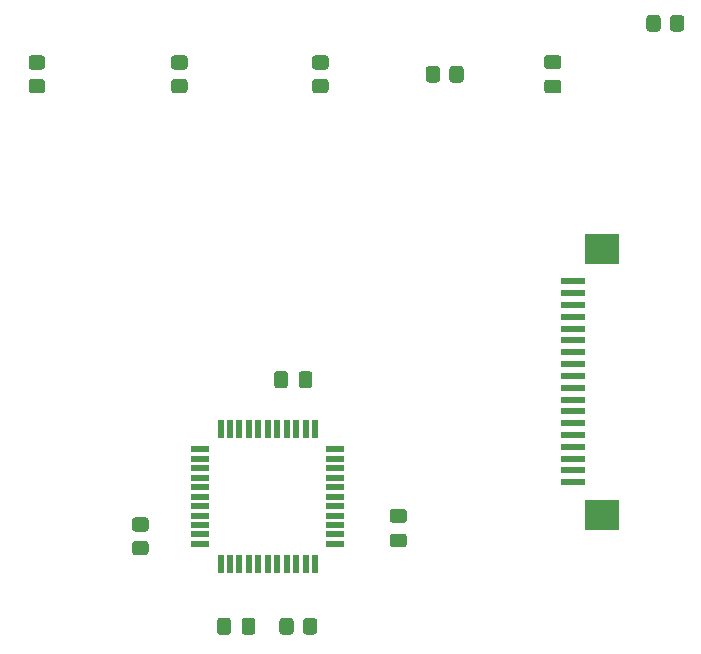
<source format=gbr>
%TF.GenerationSoftware,KiCad,Pcbnew,(5.1.12)-1*%
%TF.CreationDate,2021-12-10T07:50:45+00:00*%
%TF.ProjectId,RGBtoHDMI Amiga Denise CPLD FFC - CDTV Video Slot,52474274-6f48-4444-9d49-20416d696761,1*%
%TF.SameCoordinates,Original*%
%TF.FileFunction,Paste,Top*%
%TF.FilePolarity,Positive*%
%FSLAX46Y46*%
G04 Gerber Fmt 4.6, Leading zero omitted, Abs format (unit mm)*
G04 Created by KiCad (PCBNEW (5.1.12)-1) date 2021-12-10 07:50:45*
%MOMM*%
%LPD*%
G01*
G04 APERTURE LIST*
%ADD10R,3.000000X2.500000*%
%ADD11R,2.000000X0.600000*%
%ADD12R,0.550000X1.500000*%
%ADD13R,1.500000X0.550000*%
G04 APERTURE END LIST*
%TO.C,R5*%
G36*
G01*
X129394000Y-53016999D02*
X129394000Y-53917001D01*
G75*
G02*
X129144001Y-54167000I-249999J0D01*
G01*
X128443999Y-54167000D01*
G75*
G02*
X128194000Y-53917001I0J249999D01*
G01*
X128194000Y-53016999D01*
G75*
G02*
X128443999Y-52767000I249999J0D01*
G01*
X129144001Y-52767000D01*
G75*
G02*
X129394000Y-53016999I0J-249999D01*
G01*
G37*
G36*
G01*
X131394000Y-53016999D02*
X131394000Y-53917001D01*
G75*
G02*
X131144001Y-54167000I-249999J0D01*
G01*
X130443999Y-54167000D01*
G75*
G02*
X130194000Y-53917001I0J249999D01*
G01*
X130194000Y-53016999D01*
G75*
G02*
X130443999Y-52767000I249999J0D01*
G01*
X131144001Y-52767000D01*
G75*
G02*
X131394000Y-53016999I0J-249999D01*
G01*
G37*
%TD*%
%TO.C,R4*%
G36*
G01*
X111525000Y-58235001D02*
X111525000Y-57334999D01*
G75*
G02*
X111774999Y-57085000I249999J0D01*
G01*
X112475001Y-57085000D01*
G75*
G02*
X112725000Y-57334999I0J-249999D01*
G01*
X112725000Y-58235001D01*
G75*
G02*
X112475001Y-58485000I-249999J0D01*
G01*
X111774999Y-58485000D01*
G75*
G02*
X111525000Y-58235001I0J249999D01*
G01*
G37*
G36*
G01*
X109525000Y-58235001D02*
X109525000Y-57334999D01*
G75*
G02*
X109774999Y-57085000I249999J0D01*
G01*
X110475001Y-57085000D01*
G75*
G02*
X110725000Y-57334999I0J-249999D01*
G01*
X110725000Y-58235001D01*
G75*
G02*
X110475001Y-58485000I-249999J0D01*
G01*
X109774999Y-58485000D01*
G75*
G02*
X109525000Y-58235001I0J249999D01*
G01*
G37*
%TD*%
D10*
%TO.C,FFC18*%
X124415000Y-95070000D03*
X124415000Y-72570000D03*
D11*
X121965000Y-75320000D03*
X121965000Y-76320000D03*
X121965000Y-77320000D03*
X121965000Y-78320000D03*
X121965000Y-79320000D03*
X121965000Y-80320000D03*
X121965000Y-81320000D03*
X121965000Y-82320000D03*
X121965000Y-83320000D03*
X121965000Y-84320000D03*
X121965000Y-85320000D03*
X121965000Y-86320000D03*
X121965000Y-87320000D03*
X121965000Y-88320000D03*
X121965000Y-89320000D03*
X121965000Y-90320000D03*
X121965000Y-91320000D03*
X121965000Y-92320000D03*
%TD*%
%TO.C,R7*%
G36*
G01*
X77031001Y-57385000D02*
X76130999Y-57385000D01*
G75*
G02*
X75881000Y-57135001I0J249999D01*
G01*
X75881000Y-56434999D01*
G75*
G02*
X76130999Y-56185000I249999J0D01*
G01*
X77031001Y-56185000D01*
G75*
G02*
X77281000Y-56434999I0J-249999D01*
G01*
X77281000Y-57135001D01*
G75*
G02*
X77031001Y-57385000I-249999J0D01*
G01*
G37*
G36*
G01*
X77031001Y-59385000D02*
X76130999Y-59385000D01*
G75*
G02*
X75881000Y-59135001I0J249999D01*
G01*
X75881000Y-58434999D01*
G75*
G02*
X76130999Y-58185000I249999J0D01*
G01*
X77031001Y-58185000D01*
G75*
G02*
X77281000Y-58434999I0J-249999D01*
G01*
X77281000Y-59135001D01*
G75*
G02*
X77031001Y-59385000I-249999J0D01*
G01*
G37*
%TD*%
%TO.C,R6*%
G36*
G01*
X89096001Y-57385000D02*
X88195999Y-57385000D01*
G75*
G02*
X87946000Y-57135001I0J249999D01*
G01*
X87946000Y-56434999D01*
G75*
G02*
X88195999Y-56185000I249999J0D01*
G01*
X89096001Y-56185000D01*
G75*
G02*
X89346000Y-56434999I0J-249999D01*
G01*
X89346000Y-57135001D01*
G75*
G02*
X89096001Y-57385000I-249999J0D01*
G01*
G37*
G36*
G01*
X89096001Y-59385000D02*
X88195999Y-59385000D01*
G75*
G02*
X87946000Y-59135001I0J249999D01*
G01*
X87946000Y-58434999D01*
G75*
G02*
X88195999Y-58185000I249999J0D01*
G01*
X89096001Y-58185000D01*
G75*
G02*
X89346000Y-58434999I0J-249999D01*
G01*
X89346000Y-59135001D01*
G75*
G02*
X89096001Y-59385000I-249999J0D01*
G01*
G37*
%TD*%
%TO.C,C1*%
G36*
G01*
X120744000Y-57335000D02*
X119794000Y-57335000D01*
G75*
G02*
X119544000Y-57085000I0J250000D01*
G01*
X119544000Y-56410000D01*
G75*
G02*
X119794000Y-56160000I250000J0D01*
G01*
X120744000Y-56160000D01*
G75*
G02*
X120994000Y-56410000I0J-250000D01*
G01*
X120994000Y-57085000D01*
G75*
G02*
X120744000Y-57335000I-250000J0D01*
G01*
G37*
G36*
G01*
X120744000Y-59410000D02*
X119794000Y-59410000D01*
G75*
G02*
X119544000Y-59160000I0J250000D01*
G01*
X119544000Y-58485000D01*
G75*
G02*
X119794000Y-58235000I250000J0D01*
G01*
X120744000Y-58235000D01*
G75*
G02*
X120994000Y-58485000I0J-250000D01*
G01*
X120994000Y-59160000D01*
G75*
G02*
X120744000Y-59410000I-250000J0D01*
G01*
G37*
%TD*%
%TO.C,R3*%
G36*
G01*
X99129800Y-104971001D02*
X99129800Y-104070999D01*
G75*
G02*
X99379799Y-103821000I249999J0D01*
G01*
X100079801Y-103821000D01*
G75*
G02*
X100329800Y-104070999I0J-249999D01*
G01*
X100329800Y-104971001D01*
G75*
G02*
X100079801Y-105221000I-249999J0D01*
G01*
X99379799Y-105221000D01*
G75*
G02*
X99129800Y-104971001I0J249999D01*
G01*
G37*
G36*
G01*
X97129800Y-104971001D02*
X97129800Y-104070999D01*
G75*
G02*
X97379799Y-103821000I249999J0D01*
G01*
X98079801Y-103821000D01*
G75*
G02*
X98329800Y-104070999I0J-249999D01*
G01*
X98329800Y-104971001D01*
G75*
G02*
X98079801Y-105221000I-249999J0D01*
G01*
X97379799Y-105221000D01*
G75*
G02*
X97129800Y-104971001I0J249999D01*
G01*
G37*
%TD*%
%TO.C,R2*%
G36*
G01*
X84893999Y-97301000D02*
X85794001Y-97301000D01*
G75*
G02*
X86044000Y-97550999I0J-249999D01*
G01*
X86044000Y-98251001D01*
G75*
G02*
X85794001Y-98501000I-249999J0D01*
G01*
X84893999Y-98501000D01*
G75*
G02*
X84644000Y-98251001I0J249999D01*
G01*
X84644000Y-97550999D01*
G75*
G02*
X84893999Y-97301000I249999J0D01*
G01*
G37*
G36*
G01*
X84893999Y-95301000D02*
X85794001Y-95301000D01*
G75*
G02*
X86044000Y-95550999I0J-249999D01*
G01*
X86044000Y-96251001D01*
G75*
G02*
X85794001Y-96501000I-249999J0D01*
G01*
X84893999Y-96501000D01*
G75*
G02*
X84644000Y-96251001I0J249999D01*
G01*
X84644000Y-95550999D01*
G75*
G02*
X84893999Y-95301000I249999J0D01*
G01*
G37*
%TD*%
%TO.C,R1*%
G36*
G01*
X101034001Y-57385000D02*
X100133999Y-57385000D01*
G75*
G02*
X99884000Y-57135001I0J249999D01*
G01*
X99884000Y-56434999D01*
G75*
G02*
X100133999Y-56185000I249999J0D01*
G01*
X101034001Y-56185000D01*
G75*
G02*
X101284000Y-56434999I0J-249999D01*
G01*
X101284000Y-57135001D01*
G75*
G02*
X101034001Y-57385000I-249999J0D01*
G01*
G37*
G36*
G01*
X101034001Y-59385000D02*
X100133999Y-59385000D01*
G75*
G02*
X99884000Y-59135001I0J249999D01*
G01*
X99884000Y-58434999D01*
G75*
G02*
X100133999Y-58185000I249999J0D01*
G01*
X101034001Y-58185000D01*
G75*
G02*
X101284000Y-58434999I0J-249999D01*
G01*
X101284000Y-59135001D01*
G75*
G02*
X101034001Y-59385000I-249999J0D01*
G01*
G37*
%TD*%
%TO.C,C4*%
G36*
G01*
X93022000Y-104046000D02*
X93022000Y-104996000D01*
G75*
G02*
X92772000Y-105246000I-250000J0D01*
G01*
X92097000Y-105246000D01*
G75*
G02*
X91847000Y-104996000I0J250000D01*
G01*
X91847000Y-104046000D01*
G75*
G02*
X92097000Y-103796000I250000J0D01*
G01*
X92772000Y-103796000D01*
G75*
G02*
X93022000Y-104046000I0J-250000D01*
G01*
G37*
G36*
G01*
X95097000Y-104046000D02*
X95097000Y-104996000D01*
G75*
G02*
X94847000Y-105246000I-250000J0D01*
G01*
X94172000Y-105246000D01*
G75*
G02*
X93922000Y-104996000I0J250000D01*
G01*
X93922000Y-104046000D01*
G75*
G02*
X94172000Y-103796000I250000J0D01*
G01*
X94847000Y-103796000D01*
G75*
G02*
X95097000Y-104046000I0J-250000D01*
G01*
G37*
%TD*%
%TO.C,C3*%
G36*
G01*
X106713000Y-96665200D02*
X107663000Y-96665200D01*
G75*
G02*
X107913000Y-96915200I0J-250000D01*
G01*
X107913000Y-97590200D01*
G75*
G02*
X107663000Y-97840200I-250000J0D01*
G01*
X106713000Y-97840200D01*
G75*
G02*
X106463000Y-97590200I0J250000D01*
G01*
X106463000Y-96915200D01*
G75*
G02*
X106713000Y-96665200I250000J0D01*
G01*
G37*
G36*
G01*
X106713000Y-94590200D02*
X107663000Y-94590200D01*
G75*
G02*
X107913000Y-94840200I0J-250000D01*
G01*
X107913000Y-95515200D01*
G75*
G02*
X107663000Y-95765200I-250000J0D01*
G01*
X106713000Y-95765200D01*
G75*
G02*
X106463000Y-95515200I0J250000D01*
G01*
X106463000Y-94840200D01*
G75*
G02*
X106713000Y-94590200I250000J0D01*
G01*
G37*
%TD*%
%TO.C,C2*%
G36*
G01*
X97848000Y-83167200D02*
X97848000Y-84117200D01*
G75*
G02*
X97598000Y-84367200I-250000J0D01*
G01*
X96923000Y-84367200D01*
G75*
G02*
X96673000Y-84117200I0J250000D01*
G01*
X96673000Y-83167200D01*
G75*
G02*
X96923000Y-82917200I250000J0D01*
G01*
X97598000Y-82917200D01*
G75*
G02*
X97848000Y-83167200I0J-250000D01*
G01*
G37*
G36*
G01*
X99923000Y-83167200D02*
X99923000Y-84117200D01*
G75*
G02*
X99673000Y-84367200I-250000J0D01*
G01*
X98998000Y-84367200D01*
G75*
G02*
X98748000Y-84117200I0J250000D01*
G01*
X98748000Y-83167200D01*
G75*
G02*
X98998000Y-82917200I250000J0D01*
G01*
X99673000Y-82917200D01*
G75*
G02*
X99923000Y-83167200I0J-250000D01*
G01*
G37*
%TD*%
D12*
%TO.C,U1*%
X92139000Y-87848200D03*
X92939000Y-87848200D03*
X93739000Y-87848200D03*
X94539000Y-87848200D03*
X95339000Y-87848200D03*
X96139000Y-87848200D03*
X96939000Y-87848200D03*
X97739000Y-87848200D03*
X98539000Y-87848200D03*
X99339000Y-87848200D03*
X100139000Y-87848200D03*
D13*
X101839000Y-89548200D03*
X101839000Y-90348200D03*
X101839000Y-91148200D03*
X101839000Y-91948200D03*
X101839000Y-92748200D03*
X101839000Y-93548200D03*
X101839000Y-94348200D03*
X101839000Y-95148200D03*
X101839000Y-95948200D03*
X101839000Y-96748200D03*
X101839000Y-97548200D03*
D12*
X100139000Y-99248200D03*
X99339000Y-99248200D03*
X98539000Y-99248200D03*
X97739000Y-99248200D03*
X96939000Y-99248200D03*
X96139000Y-99248200D03*
X95339000Y-99248200D03*
X94539000Y-99248200D03*
X93739000Y-99248200D03*
X92939000Y-99248200D03*
X92139000Y-99248200D03*
D13*
X90439000Y-97548200D03*
X90439000Y-96748200D03*
X90439000Y-95948200D03*
X90439000Y-95148200D03*
X90439000Y-94348200D03*
X90439000Y-93548200D03*
X90439000Y-92748200D03*
X90439000Y-91948200D03*
X90439000Y-91148200D03*
X90439000Y-90348200D03*
X90439000Y-89548200D03*
%TD*%
M02*

</source>
